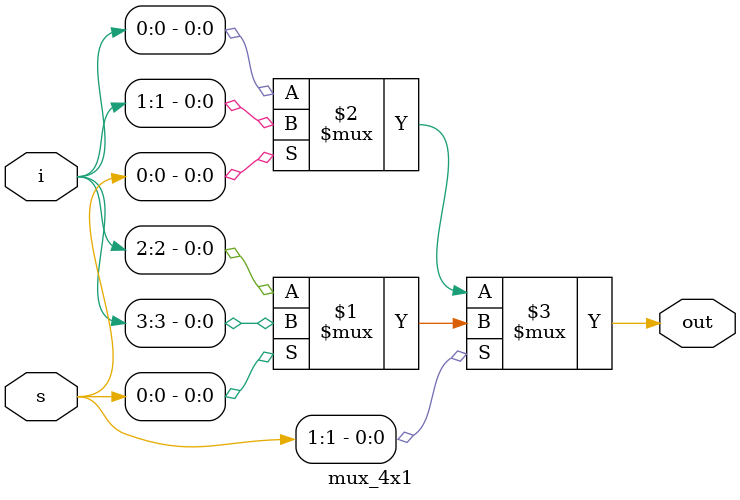
<source format=v>
module mux_4x1(input [3:0] i, input [1:0] s, output out);

    assign out = s[1] ? s[0] ? i[3] : i[2] : s[0] ? i[1] : i[0];

endmodule
</source>
